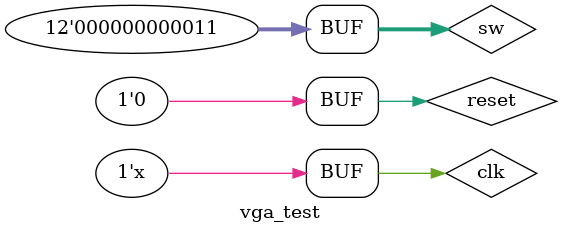
<source format=v>
`timescale 1ns / 1ps


module vga_test;

	// Inputs
	reg clk;
	reg reset;
	reg [11:0] sw;

	// Outputs
	wire [11:0] RGB;
	wire h_sync;
	wire v_sync;

	// Instantiate the Unit Under Test (UUT)
	vga_sync uut (
		.clk(clk), 
		.reset(reset), 
		.sw(sw), 
		.RGB(RGB), 
		.h_sync(h_sync), 
		.v_sync(v_sync)
	);
	
	always #5 clk = ~clk;

	initial begin
		// Initialize Inputs
		clk = 0;
		reset = 1;
		sw = 0;

		// Wait 100 ns for global reset to finish
		#100 reset = 0;
        
		// Add stimulus here
		#100 sw = 12'b000000000001;
		#100 sw = 12'b000000000011;
		//run simulation for 35ms to observe two full cycles

	end
      
endmodule


</source>
